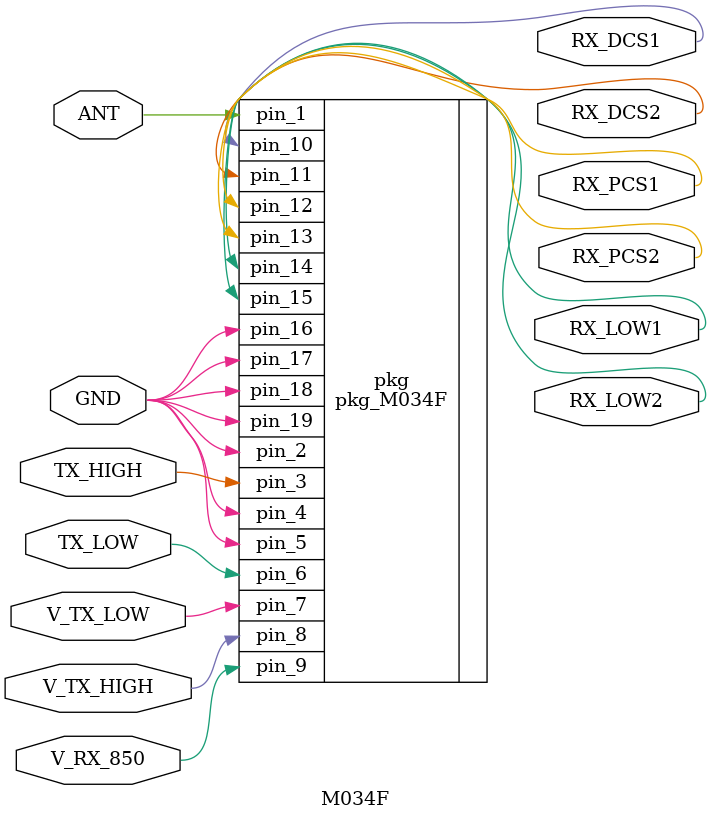
<source format=v>
module M034F (ANT, GND, RX_LOW1, RX_LOW2, RX_DCS1, RX_DCS2, RX_PCS1, RX_PCS2,
		TX_LOW, TX_HIGH, V_TX_LOW, V_TX_HIGH, V_RX_850);

inout ANT;
input GND;

output RX_LOW1, RX_LOW2, RX_DCS1, RX_DCS2, RX_PCS1, RX_PCS2;
input TX_LOW, TX_HIGH;

input V_TX_LOW, V_TX_HIGH, V_RX_850;

/* instantiate the package; the mapping of signals to pins is defined here */

pkg_M034F pkg  (.pin_1(ANT),
		.pin_2(GND),
		.pin_3(TX_HIGH),
		.pin_4(GND),
		.pin_5(GND),
		.pin_6(TX_LOW),
		.pin_7(V_TX_LOW),
		.pin_8(V_TX_HIGH),
		.pin_9(V_RX_850),
		.pin_10(RX_DCS1),
		.pin_11(RX_DCS2),
		.pin_12(RX_PCS1),
		.pin_13(RX_PCS2),
		.pin_14(RX_LOW1),
		.pin_15(RX_LOW2),
		.pin_16(GND),
		.pin_17(GND),
		.pin_18(GND),
		.pin_19(GND)
	);

endmodule

</source>
